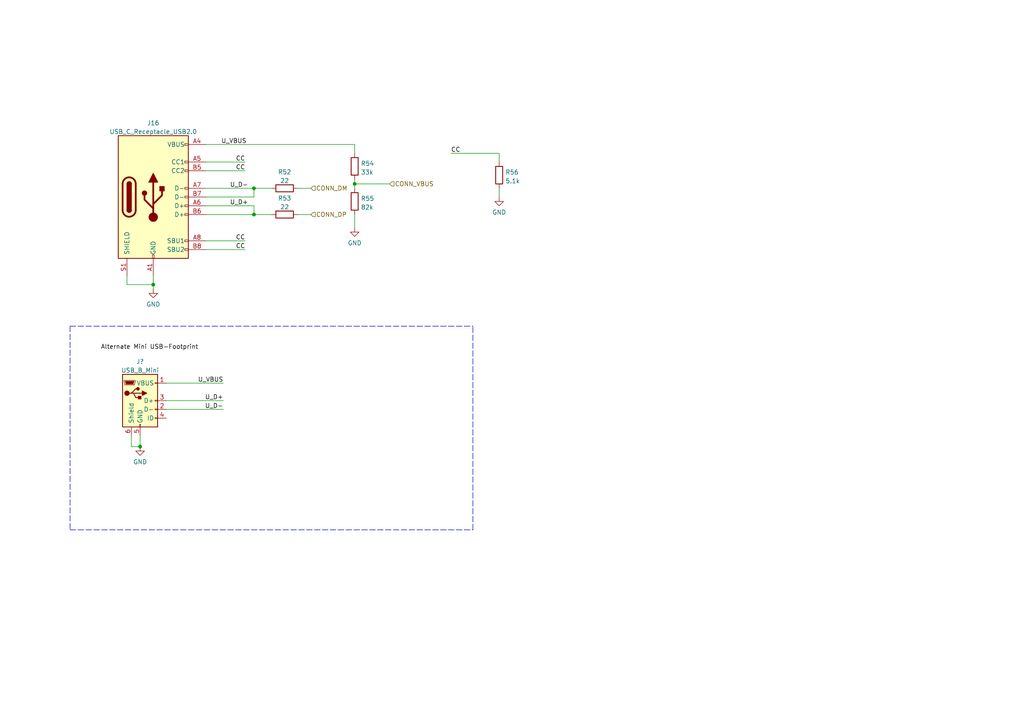
<source format=kicad_sch>
(kicad_sch (version 20211123) (generator eeschema)
  (paper "A4")
  (lib_symbols
    (symbol "Connector:USB_B_Mini" (pin_names (offset 1.016))
      (property "Reference" "J" (at -5.08 11.43 0))
      (property "Value" "USB_B_Mini" (at -5.08 8.89 0))
      (symbol "USB_B_Mini_0_1"
        (rectangle (start -5.08 -7.62) (end 5.08 7.62) (stroke (width 0.254)) (fill (type background)))
        (circle (center -3.81 2.159) (radius 0.635) (stroke (width 0.254)) (fill (type outline)))
        (circle (center -0.635 3.429) (radius 0.381) (stroke (width 0.254)) (fill (type outline)))
        (rectangle (start -0.127 -7.62) (end 0.127 -6.858))
        (polyline (pts (xy -1.905 2.159) (xy 0.635 2.159)) (stroke (width 0.254)))
        (polyline (pts (xy -3.175 2.159) (xy -2.54 2.159) (xy -1.27 3.429) (xy -0.635 3.429)) (stroke (width 0.254)))
        (polyline (pts (xy -2.54 2.159) (xy -1.905 2.159) (xy -1.27 0.889) (xy 0 0.889)) (stroke (width 0.254)))
        (polyline (pts (xy 0.635 2.794) (xy 0.635 1.524) (xy 1.905 2.159) (xy 0.635 2.794)) (stroke (width 0.254)) (fill (type outline)))
        (polyline (pts (xy -4.318 5.588) (xy -1.778 5.588) (xy -2.032 4.826) (xy -4.064 4.826) (xy -4.318 5.588)) (fill (type outline)))
        (polyline (pts (xy -4.699 5.842) (xy -4.699 5.588) (xy -4.445 4.826) (xy -4.445 4.572) (xy -1.651 4.572) (xy -1.651 4.826) (xy -1.397 5.588) (xy -1.397 5.842) (xy -4.699 5.842)))
        (rectangle (start 0.254 1.27) (end -0.508 0.508) (stroke (width 0.254)) (fill (type outline)))
        (rectangle (start 5.08 -5.207) (end 4.318 -4.953))
        (rectangle (start 5.08 -2.667) (end 4.318 -2.413))
        (rectangle (start 5.08 -0.127) (end 4.318 0.127))
        (rectangle (start 5.08 4.953) (end 4.318 5.207))
      )
      (symbol "USB_B_Mini_1_1"
        (pin power_out line (at 7.62 5.08 180) (length 2.54) (name "VBUS") (number "1"))
        (pin bidirectional line (at 7.62 -2.54 180) (length 2.54) (name "D-") (number "2"))
        (pin bidirectional line (at 7.62 0 180) (length 2.54) (name "D+") (number "3"))
        (pin passive line (at 7.62 -5.08 180) (length 2.54) (name "ID") (number "4"))
        (pin power_out line (at 0 -10.16 90) (length 2.54) (name "GND") (number "5"))
        (pin passive line (at -2.54 -10.16 90) (length 2.54) (name "Shield") (number "6"))
      )
    )
    (symbol "Connector:USB_C_Receptacle_USB2.0" (pin_names (offset 1.016))
      (property "Reference" "J" (at -10.16 19.05 0))
      (property "Value" "USB_C_Receptacle_USB2.0" (at 19.05 19.05 0))
      (symbol "USB_C_Receptacle_USB2.0_0_0"
        (rectangle (start -0.254 -17.78) (end 0.254 -16.764))
        (rectangle (start 10.16 -14.986) (end 9.144 -15.494))
        (rectangle (start 10.16 -12.446) (end 9.144 -12.954))
        (rectangle (start 10.16 -4.826) (end 9.144 -5.334))
        (rectangle (start 10.16 -2.286) (end 9.144 -2.794))
        (rectangle (start 10.16 0.254) (end 9.144 -0.254))
        (rectangle (start 10.16 2.794) (end 9.144 2.286))
        (rectangle (start 10.16 7.874) (end 9.144 7.366))
        (rectangle (start 10.16 10.414) (end 9.144 9.906))
        (rectangle (start 10.16 15.494) (end 9.144 14.986))
      )
      (symbol "USB_C_Receptacle_USB2.0_0_1"
        (rectangle (start -10.16 17.78) (end 10.16 -17.78) (stroke (width 0.254)) (fill (type background)))
        (arc (start -8.89 -3.81) (mid -6.985 -5.715) (end -5.08 -3.81) (stroke (width 0.508)))
        (arc (start -7.62 -3.81) (mid -6.985 -4.445) (end -6.35 -3.81) (stroke (width 0.254)))
        (arc (start -7.62 -3.81) (mid -6.985 -4.445) (end -6.35 -3.81) (stroke (width 0.254)) (fill (type outline)))
        (rectangle (start -7.62 -3.81) (end -6.35 3.81) (stroke (width 0.254)) (fill (type outline)))
        (arc (start -6.35 3.81) (mid -6.985 4.445) (end -7.62 3.81) (stroke (width 0.254)))
        (arc (start -6.35 3.81) (mid -6.985 4.445) (end -7.62 3.81) (stroke (width 0.254)) (fill (type outline)))
        (arc (start -5.08 3.81) (mid -6.985 5.715) (end -8.89 3.81) (stroke (width 0.508)))
        (circle (center -2.54 1.143) (radius 0.635) (stroke (width 0.254)) (fill (type outline)))
        (circle (center 0 -5.842) (radius 1.27) (fill (type outline)))
        (polyline (pts (xy -8.89 -3.81) (xy -8.89 3.81)) (stroke (width 0.508)))
        (polyline (pts (xy -5.08 3.81) (xy -5.08 -3.81)) (stroke (width 0.508)))
        (polyline (pts (xy 0 -5.842) (xy 0 4.318)) (stroke (width 0.508)))
        (polyline (pts (xy 0 -3.302) (xy -2.54 -0.762) (xy -2.54 0.508)) (stroke (width 0.508)))
        (polyline (pts (xy 0 -2.032) (xy 2.54 0.508) (xy 2.54 1.778)) (stroke (width 0.508)))
        (polyline (pts (xy -1.27 4.318) (xy 0 6.858) (xy 1.27 4.318) (xy -1.27 4.318)) (stroke (width 0.254)) (fill (type outline)))
        (rectangle (start 1.905 1.778) (end 3.175 3.048) (stroke (width 0.254)) (fill (type outline)))
      )
      (symbol "USB_C_Receptacle_USB2.0_1_1"
        (pin passive line (at 0 -22.86 90) (length 5.08) (name "GND") (number "A1"))
        (pin passive line (at 0 -22.86 90) (length 5.08) hide (name "GND") (number "A12"))
        (pin passive line (at 15.24 15.24 180) (length 5.08) (name "VBUS") (number "A4"))
        (pin bidirectional line (at 15.24 10.16 180) (length 5.08) (name "CC1") (number "A5"))
        (pin bidirectional line (at 15.24 -2.54 180) (length 5.08) (name "D+") (number "A6"))
        (pin bidirectional line (at 15.24 2.54 180) (length 5.08) (name "D-") (number "A7"))
        (pin bidirectional line (at 15.24 -12.7 180) (length 5.08) (name "SBU1") (number "A8"))
        (pin passive line (at 15.24 15.24 180) (length 5.08) hide (name "VBUS") (number "A9"))
        (pin passive line (at 0 -22.86 90) (length 5.08) hide (name "GND") (number "B1"))
        (pin passive line (at 0 -22.86 90) (length 5.08) hide (name "GND") (number "B12"))
        (pin passive line (at 15.24 15.24 180) (length 5.08) hide (name "VBUS") (number "B4"))
        (pin bidirectional line (at 15.24 7.62 180) (length 5.08) (name "CC2") (number "B5"))
        (pin bidirectional line (at 15.24 -5.08 180) (length 5.08) (name "D+") (number "B6"))
        (pin bidirectional line (at 15.24 0 180) (length 5.08) (name "D-") (number "B7"))
        (pin bidirectional line (at 15.24 -15.24 180) (length 5.08) (name "SBU2") (number "B8"))
        (pin passive line (at 15.24 15.24 180) (length 5.08) hide (name "VBUS") (number "B9"))
        (pin passive line (at -7.62 -22.86 90) (length 5.08) (name "SHIELD") (number "S1"))
      )
    )
    (symbol "Device:R" (pin_numbers hide) (pin_names (offset 0))
      (property "Reference" "R" (at 2.032 0 90))
      (property "Value" "R" (at 0 0 90))
      (symbol "R_0_1"
        (rectangle (start -1.016 -2.54) (end 1.016 2.54) (stroke (width 0.254)))
      )
      (symbol "R_1_1"
        (pin passive line (at 0 3.81 270) (length 1.27) (name "~") (number "1"))
        (pin passive line (at 0 -3.81 90) (length 1.27) (name "~") (number "2"))
      )
    )
    (symbol "power:GND" (power) (pin_names (offset 0))
      (property "Value" "GND" (at 0 -3.81 0))
      (symbol "GND_0_1"
        (polyline (pts (xy 0 0) (xy 0 -1.27) (xy 1.27 -1.27) (xy 0 -2.54) (xy -1.27 -1.27) (xy 0 -1.27)))
      )
      (symbol "GND_1_1"
        (pin power_in line (at 0 0 270) (length 0) hide (name "GND") (number "1"))
      )
    )
  )
  (junction (at 73.66 62.23))
  (junction (at 44.45 82.55))
  (junction (at 73.66 54.61))
  (junction (at 102.87 53.34))
  (junction (at 40.64 129.54))
  (wire (pts (xy 102.87 53.34) (xy 113.03 53.34)))
  (wire (pts (xy 59.69 62.23) (xy 73.66 62.23)))
  (wire (pts (xy 48.26 116.205) (xy 64.77 116.205)))
  (wire (pts (xy 38.1 126.365) (xy 38.1 129.54)))
  (wire (pts (xy 59.69 46.99) (xy 71.12 46.99)))
  (wire (pts (xy 44.45 82.55) (xy 44.45 83.82)))
  (wire (pts (xy 86.36 62.23) (xy 90.17 62.23)))
  (wire (pts (xy 86.36 54.61) (xy 90.17 54.61)))
  (wire (pts (xy 102.87 62.23) (xy 102.87 66.04)))
  (wire (pts (xy 36.83 82.55) (xy 44.45 82.55)))
  (polyline (pts (xy 20.32 94.615) (xy 20.32 153.67)))
  (wire (pts (xy 73.66 57.15) (xy 73.66 54.61)))
  (wire (pts (xy 59.69 72.39) (xy 71.12 72.39)))
  (wire (pts (xy 102.87 52.07) (xy 102.87 53.34)))
  (wire (pts (xy 36.83 80.01) (xy 36.83 82.55)))
  (wire (pts (xy 102.87 41.91) (xy 102.87 44.45)))
  (wire (pts (xy 102.87 53.34) (xy 102.87 54.61)))
  (wire (pts (xy 59.69 54.61) (xy 73.66 54.61)))
  (wire (pts (xy 48.26 111.125) (xy 64.77 111.125)))
  (wire (pts (xy 144.78 54.61) (xy 144.78 57.15)))
  (wire (pts (xy 59.69 59.69) (xy 73.66 59.69)))
  (polyline (pts (xy 137.16 153.67) (xy 137.16 94.615)))
  (wire (pts (xy 59.69 69.85) (xy 71.12 69.85)))
  (wire (pts (xy 73.66 59.69) (xy 73.66 62.23)))
  (wire (pts (xy 59.69 41.91) (xy 102.87 41.91)))
  (wire (pts (xy 59.69 49.53) (xy 71.12 49.53)))
  (wire (pts (xy 44.45 80.01) (xy 44.45 82.55)))
  (wire (pts (xy 38.1 129.54) (xy 40.64 129.54)))
  (wire (pts (xy 130.81 44.45) (xy 144.78 44.45)))
  (wire (pts (xy 48.26 118.745) (xy 64.77 118.745)))
  (wire (pts (xy 144.78 44.45) (xy 144.78 46.99)))
  (wire (pts (xy 73.66 54.61) (xy 78.74 54.61)))
  (polyline (pts (xy 20.32 94.615) (xy 137.16 94.615)))
  (polyline (pts (xy 20.32 153.67) (xy 137.16 153.67)))
  (wire (pts (xy 59.69 57.15) (xy 73.66 57.15)))
  (wire (pts (xy 40.64 129.54) (xy 40.64 126.365)))
  (wire (pts (xy 73.66 62.23) (xy 78.74 62.23)))
  (label "U_D-" (at 64.77 118.745 180))
  (label "U_VBUS" (at 64.135 41.91 0))
  (label "CC" (at 71.12 46.99 180))
  (label "U_D-" (at 66.675 54.61 0))
  (label "U_D+" (at 66.675 59.69 0))
  (label "U_VBUS" (at 64.77 111.125 180))
  (label "CC" (at 130.81 44.45 0))
  (label "Alternate Mini USB-Footprint" (at 29.21 101.6 0))
  (label "CC" (at 71.12 49.53 180))
  (label "CC" (at 71.12 72.39 180))
  (label "CC" (at 71.12 69.85 180))
  (label "U_D+" (at 64.77 116.205 180))
  (hierarchical_label "CONN_DP" (shape input) (at 90.17 62.23 0))
  (hierarchical_label "CONN_DM" (shape input) (at 90.17 54.61 0))
  (hierarchical_label "CONN_VBUS" (shape input) (at 113.03 53.34 0))
  (symbol (lib_id "Connector:USB_C_Receptacle_USB2.0") (at 44.45 57.15 0) (unit 1)
    (property "Reference" "J16" (at 44.45 35.6702 0))
    (property "Value" "USB_C_Receptacle_USB2.0" (at 44.45 38.2071 0))
    (property "Datasheet" "https://www.usb.org/sites/default/files/documents/usb_type-c.zip" (effects hide))
  )
  (symbol (lib_id "power:GND") (at 44.45 83.82 0) (unit 1)
    (property "Reference" "#PWR067" (effects hide))
    (property "Value" "GND" (at 44.45 88.2634 0))
  )
  (symbol (lib_id "Device:R") (at 102.87 58.42 0) (unit 1)
    (property "Reference" "R55" (at 104.648 57.5853 0) (effects (justify left)))
    (property "Value" "82k" (at 104.648 60.1222 0) (effects (justify left)))
  )
  (symbol (lib_id "Device:R") (at 144.78 50.8 0) (unit 1)
    (property "Reference" "R56" (at 146.558 49.9653 0) (effects (justify left)))
    (property "Value" "5.1k" (at 146.558 52.5022 0) (effects (justify left)))
  )
  (symbol (lib_id "power:GND") (at 102.87 66.04 0) (unit 1)
    (property "Reference" "#PWR068" (effects hide))
    (property "Value" "GND" (at 102.87 70.4834 0))
  )
  (symbol (lib_id "Device:R") (at 102.87 48.26 0) (unit 1)
    (property "Reference" "R54" (at 104.648 47.4253 0) (effects (justify left)))
    (property "Value" "33k" (at 104.648 49.9622 0) (effects (justify left)))
  )
  (symbol (lib_id "power:GND") (at 144.78 57.15 0) (unit 1)
    (property "Reference" "#PWR069" (effects hide))
    (property "Value" "GND" (at 144.78 61.5934 0))
  )
  (symbol (lib_id "Connector:USB_B_Mini") (at 40.64 116.205 0) (unit 1)
    (property "Reference" "J?" (at 40.64 104.8852 0))
    (property "Value" "USB_B_Mini" (at 40.64 107.4221 0))
  )
  (symbol (lib_id "Device:R") (at 82.55 54.61 90) (unit 1)
    (property "Reference" "R52" (at 82.55 49.8942 90))
    (property "Value" "22" (at 82.55 52.4311 90))
  )
  (symbol (lib_id "Device:R") (at 82.55 62.23 90) (unit 1)
    (property "Reference" "R53" (at 82.55 57.5142 90))
    (property "Value" "22" (at 82.55 60.0511 90))
  )
  (symbol (lib_id "power:GND") (at 40.64 129.54 0) (unit 1)
    (property "Reference" "#PWR?" (effects hide))
    (property "Value" "GND" (at 40.64 133.9834 0))
  )
)
</source>
